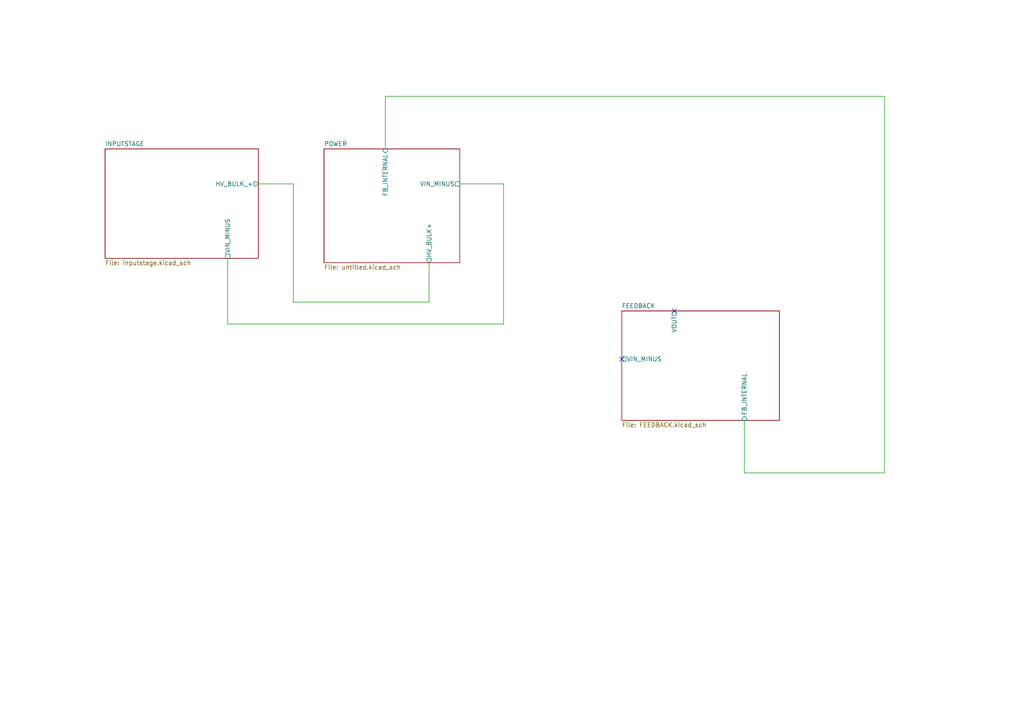
<source format=kicad_sch>
(kicad_sch (version 20230121) (generator eeschema)

  (uuid 02261b3b-0ab5-411c-b90d-2981c1ef32c1)

  (paper "A4")

  (lib_symbols
  )


  (no_connect (at 180.34 104.14) (uuid 28029bc6-0453-4fe3-ba99-ea7ef34f6bb1))
  (no_connect (at 195.58 90.17) (uuid 6c4ac67b-b3bb-4520-baf6-c7f1db1db3a6))

  (wire (pts (xy 85.09 53.34) (xy 85.09 87.63))
    (stroke (width 0) (type default))
    (uuid 0137d1ec-2383-488a-bc5f-ee1834d406c7)
  )
  (wire (pts (xy 66.04 74.93) (xy 66.04 93.98))
    (stroke (width 0) (type default))
    (uuid 2d4b1231-7c75-4905-acbe-3c59f86c8901)
  )
  (wire (pts (xy 215.9 137.16) (xy 215.9 121.92))
    (stroke (width 0) (type default))
    (uuid 3b025800-72d4-41ea-a2b8-a6f8780a78eb)
  )
  (wire (pts (xy 256.54 27.94) (xy 256.54 137.16))
    (stroke (width 0) (type default))
    (uuid 697aae22-deb6-429c-ab8f-50f8c45c6aad)
  )
  (wire (pts (xy 85.09 87.63) (xy 124.46 87.63))
    (stroke (width 0) (type default))
    (uuid 83f8390d-6f54-4807-98ee-0ebe1ae053b2)
  )
  (wire (pts (xy 146.05 93.98) (xy 146.05 53.34))
    (stroke (width 0) (type default))
    (uuid 957f57bd-ea10-47d0-8b86-552978be386a)
  )
  (wire (pts (xy 74.93 53.34) (xy 85.09 53.34))
    (stroke (width 0) (type default))
    (uuid 95a50352-0ccf-420a-a62b-1075e4e28c09)
  )
  (wire (pts (xy 133.35 53.34) (xy 146.05 53.34))
    (stroke (width 0) (type default))
    (uuid 9fdf4c73-01c1-4248-bbfb-96a30e309594)
  )
  (wire (pts (xy 111.76 43.18) (xy 111.76 27.94))
    (stroke (width 0) (type default))
    (uuid aa5cab3f-95f1-490d-9151-0a3d757dd5d8)
  )
  (wire (pts (xy 124.46 87.63) (xy 124.46 76.2))
    (stroke (width 0) (type default))
    (uuid c52fe067-937d-46da-843e-7405550e430d)
  )
  (wire (pts (xy 111.76 27.94) (xy 256.54 27.94))
    (stroke (width 0) (type default))
    (uuid d819c1c9-2bff-43ab-bc2f-42c9b63522c7)
  )
  (wire (pts (xy 256.54 137.16) (xy 215.9 137.16))
    (stroke (width 0) (type default))
    (uuid e2c780b0-1405-4c83-91c7-7fb4f7845c1e)
  )
  (wire (pts (xy 66.04 93.98) (xy 146.05 93.98))
    (stroke (width 0) (type default))
    (uuid f785603b-8e3f-4367-acd3-2548475e5b70)
  )

  (sheet (at 180.34 90.17) (size 45.72 31.75) (fields_autoplaced)
    (stroke (width 0.1524) (type solid))
    (fill (color 0 0 0 0.0000))
    (uuid 12d9b082-3d29-4215-9b8e-e7443d4e7d42)
    (property "Sheetname" "FEEDBACK" (at 180.34 89.4584 0)
      (effects (font (size 1.27 1.27)) (justify left bottom))
    )
    (property "Sheetfile" "FEEDBACK.kicad_sch" (at 180.34 122.5046 0)
      (effects (font (size 1.27 1.27)) (justify left top))
    )
    (pin "VOUT" output (at 195.58 90.17 90)
      (effects (font (size 1.27 1.27)) (justify right))
      (uuid 7f1fbad4-9e1f-47cd-9de3-8ea6ded9565c)
    )
    (pin "VIN_MINUS" passive (at 180.34 104.14 180)
      (effects (font (size 1.27 1.27)) (justify left))
      (uuid c7132b22-c37d-49f7-9ae0-97abb17d45e0)
    )
    (pin "FB_INTERNAL" input (at 215.9 121.92 270)
      (effects (font (size 1.27 1.27)) (justify left))
      (uuid 0901da99-52c9-4bb6-b644-8912a7ea02ef)
    )
    (instances
      (project "UC28881  WORK"
        (path "/02261b3b-0ab5-411c-b90d-2981c1ef32c1" (page "4"))
      )
    )
  )

  (sheet (at 93.98 43.18) (size 39.37 33.02) (fields_autoplaced)
    (stroke (width 0.1524) (type solid))
    (fill (color 0 0 0 0.0000))
    (uuid 50e508f9-c506-4c6b-8d20-c3808eadc697)
    (property "Sheetname" "POWER" (at 93.98 42.4684 0)
      (effects (font (size 1.27 1.27)) (justify left bottom))
    )
    (property "Sheetfile" "untitled.kicad_sch" (at 93.98 76.7846 0)
      (effects (font (size 1.27 1.27)) (justify left top))
    )
    (pin "HV_BULK+" output (at 124.46 76.2 270)
      (effects (font (size 1.27 1.27)) (justify left))
      (uuid 9a604475-b375-4f17-a208-bd8c1bc56dcc)
    )
    (pin "VIN_MINUS" passive (at 133.35 53.34 0)
      (effects (font (size 1.27 1.27)) (justify right))
      (uuid 3ad2c7b0-c369-4a47-b9e5-c478bf49e91f)
    )
    (pin "FB_INTERNAL" input (at 111.76 43.18 90)
      (effects (font (size 1.27 1.27)) (justify right))
      (uuid b08b1aac-9234-4cde-823e-102793c9e9a9)
    )
    (instances
      (project "UC28881  WORK"
        (path "/02261b3b-0ab5-411c-b90d-2981c1ef32c1" (page "3"))
      )
    )
  )

  (sheet (at 30.48 43.18) (size 44.45 31.75) (fields_autoplaced)
    (stroke (width 0.1524) (type solid))
    (fill (color 0 0 0 0.0000))
    (uuid fb27a4d2-e43a-4d93-b9d6-c1683e793fef)
    (property "Sheetname" "INPUTSTAGE" (at 30.48 42.4684 0)
      (effects (font (size 1.27 1.27)) (justify left bottom))
    )
    (property "Sheetfile" "inputstage.kicad_sch" (at 30.48 75.5146 0)
      (effects (font (size 1.27 1.27)) (justify left top))
    )
    (pin "VIN_MINUS" passive (at 66.04 74.93 270)
      (effects (font (size 1.27 1.27)) (justify left))
      (uuid 485a8980-d783-4838-a656-05a94b0a492c)
    )
    (pin "HV_BULK_+" output (at 74.93 53.34 0)
      (effects (font (size 1.27 1.27)) (justify right))
      (uuid 2b309602-5722-4110-9915-bf88601908d4)
    )
    (instances
      (project "UC28881  WORK"
        (path "/02261b3b-0ab5-411c-b90d-2981c1ef32c1" (page "2"))
      )
    )
  )

  (sheet_instances
    (path "/" (page "1"))
  )
)

</source>
